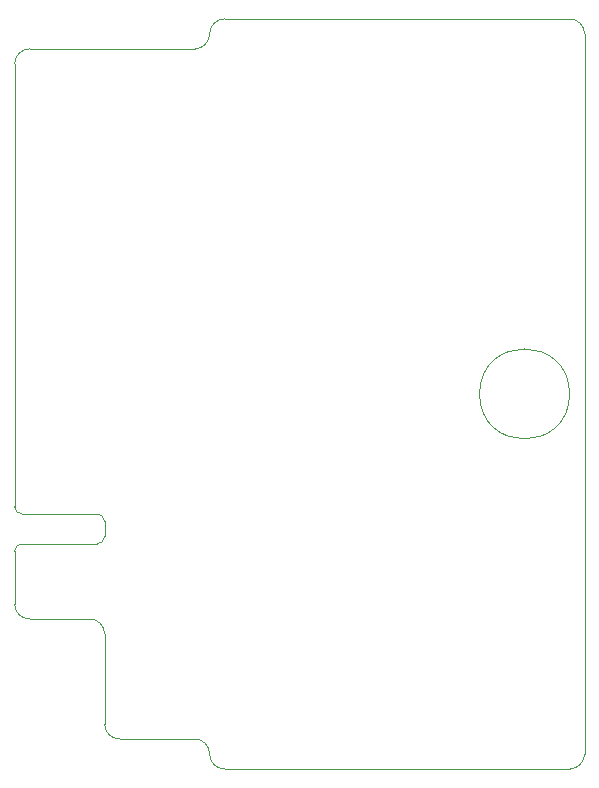
<source format=gm1>
G04 #@! TF.GenerationSoftware,KiCad,Pcbnew,(5.1.2-1)-1*
G04 #@! TF.CreationDate,2023-07-30T19:32:53+02:00*
G04 #@! TF.ProjectId,cart32bbs,63617274-3332-4626-9273-2e6b69636164,rev?*
G04 #@! TF.SameCoordinates,Original*
G04 #@! TF.FileFunction,Profile,NP*
%FSLAX46Y46*%
G04 Gerber Fmt 4.6, Leading zero omitted, Abs format (unit mm)*
G04 Created by KiCad (PCBNEW (5.1.2-1)-1) date 2023-07-30 19:32:53*
%MOMM*%
%LPD*%
G04 APERTURE LIST*
%ADD10C,0.050000*%
G04 APERTURE END LIST*
D10*
X62230000Y-49530000D02*
G75*
G03X62230000Y-49530000I-3810000J0D01*
G01*
X22860000Y-61595000D02*
G75*
G02X22225000Y-62230000I-635000J0D01*
G01*
X22225000Y-59690000D02*
G75*
G02X22860000Y-60325000I0J-635000D01*
G01*
X22860000Y-61595000D02*
X22860000Y-60325000D01*
X15875000Y-59690000D02*
G75*
G02X15240000Y-59055000I0J635000D01*
G01*
X15240000Y-62865000D02*
G75*
G02X15875000Y-62230000I635000J0D01*
G01*
X31750000Y-19050000D02*
G75*
G02X30480000Y-20320000I-1270000J0D01*
G01*
X31750000Y-19050000D02*
G75*
G02X33020000Y-17780000I1270000J0D01*
G01*
X62230000Y-17780000D02*
G75*
G02X63500000Y-19050000I0J-1270000D01*
G01*
X63500000Y-80010000D02*
G75*
G02X62230000Y-81280000I-1270000J0D01*
G01*
X33020000Y-81280000D02*
G75*
G02X31750000Y-80010000I0J1270000D01*
G01*
X30480000Y-78740000D02*
G75*
G02X31750000Y-80010000I0J-1270000D01*
G01*
X24130000Y-78740000D02*
G75*
G02X22860000Y-77470000I0J1270000D01*
G01*
X21590000Y-68580000D02*
G75*
G02X22860000Y-69850000I0J-1270000D01*
G01*
X16510000Y-68580000D02*
G75*
G02X15240000Y-67310000I0J1270000D01*
G01*
X15240000Y-21590000D02*
G75*
G02X16510000Y-20320000I1270000J0D01*
G01*
X15240000Y-59055000D02*
X15240000Y-21590000D01*
X22225000Y-59690000D02*
X15875000Y-59690000D01*
X15875000Y-62230000D02*
X22225000Y-62230000D01*
X15240000Y-67310000D02*
X15240000Y-62865000D01*
X21590000Y-68580000D02*
X16510000Y-68580000D01*
X22860000Y-77470000D02*
X22860000Y-69850000D01*
X30480000Y-78740000D02*
X24130000Y-78740000D01*
X62230000Y-81280000D02*
X33020000Y-81280000D01*
X63500000Y-19050000D02*
X63500000Y-80010000D01*
X33020000Y-17780000D02*
X62230000Y-17780000D01*
X16510000Y-20320000D02*
X30480000Y-20320000D01*
M02*

</source>
